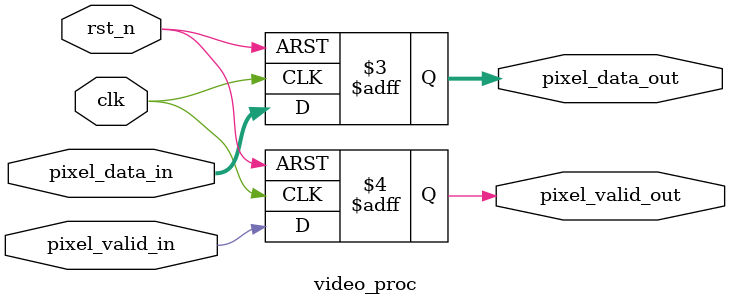
<source format=sv>

module video_proc(
    input  logic        clk,
    input  logic        rst_n,
    input  logic [23:0] pixel_data_in,
    input  logic        pixel_valid_in,
    output logic [23:0] pixel_data_out,
    output logic        pixel_valid_out
);


    always_ff @(posedge clk or negedge rst_n) begin
        if (!rst_n) begin
            pixel_data_out  <= 24'b0;
            pixel_valid_out <= 1'b0;
        end else begin
            pixel_data_out  <= pixel_data_in;  // Pass-through for now
            pixel_valid_out <= pixel_valid_in;
        end
    end

endmodule


</source>
